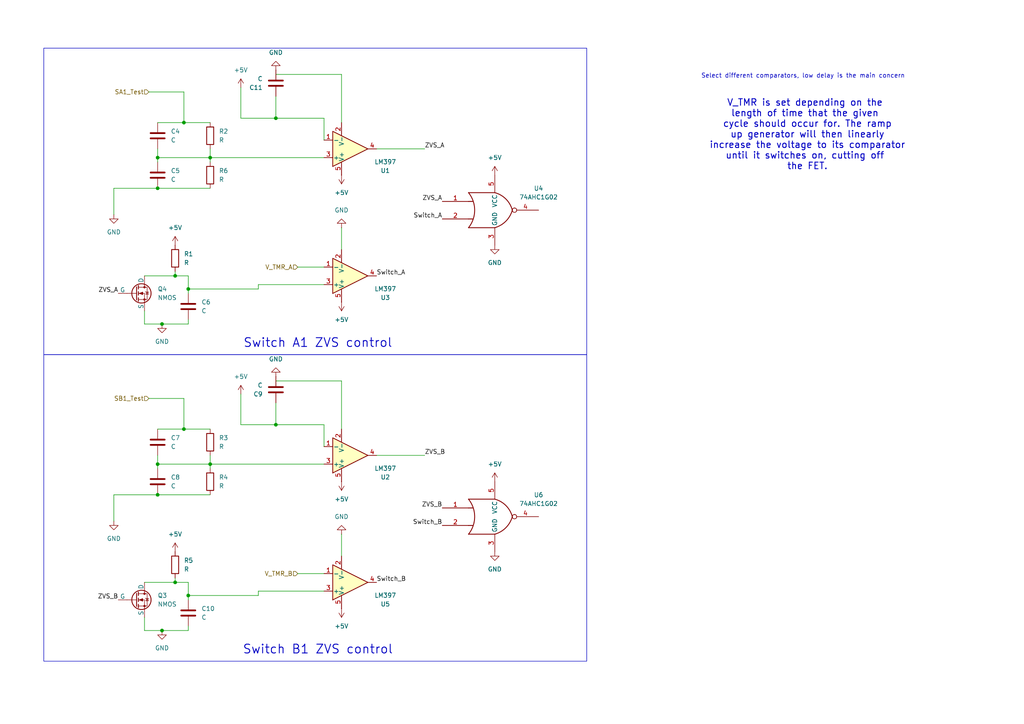
<source format=kicad_sch>
(kicad_sch (version 20231120) (generator "eeschema") (generator_version "8.0")
  (paper "A4")
  (lib_symbols
    (symbol "74xGxx:74AHC1G02"
      (property "Reference" "U" (at -2.54 3.81 0))
      (property "Value" "74AHC1G02" (at 0 -3.81 0))
      (symbol "74AHC1G02_0_1"
        (arc (start -7.62 -5.08) (mid -5.838 0) (end -7.62 5.08) (stroke (width 0.254)))
        (arc (start 0 -5.08) (mid 3.1986 -3.2054) (end 5.08 0) (stroke (width 0.254)))
        (polyline (pts (xy -7.62 -2.54) (xy -6.35 -2.54)) (stroke (width 0.254)) (fill (type background)))
        (polyline (pts (xy -7.62 2.54) (xy -6.35 2.54)) (stroke (width 0.254)) (fill (type background)))
        (polyline (pts (xy 0 -5.08) (xy -7.62 -5.08)) (stroke (width 0.254)) (fill (type background)))
        (polyline (pts (xy 0 5.08) (xy -7.62 5.08)) (stroke (width 0.254)) (fill (type background)))
        (arc (start 5.08 0) (mid 3.2238 3.2304) (end 0 5.08) (stroke (width 0.254)))
      )
      (symbol "74AHC1G02_1_1"
        (pin input line (at -15.24 2.54 0) (length 7.62) (name "~") (number "1"))
        (pin input line (at -15.24 -2.54 0) (length 7.62) (name "~") (number "2"))
        (pin power_in line (at 0 -10.16 90) (length 5.08) (name "GND") (number "3"))
        (pin output inverted (at 12.7 0 180) (length 7.62) (name "~") (number "4"))
        (pin power_in line (at 0 10.16 270) (length 5.08) (name "VCC") (number "5"))
      )
    )
    (symbol "Comparator:LM397" (pin_names (offset 0.127))
      (property "Reference" "U" (at 1.27 5.08 0))
      (property "Value" "LM397" (at 3.81 -5.08 0))
      (symbol "LM397_0_1"
        (polyline (pts (xy -5.08 5.08) (xy 5.08 0) (xy -5.08 -5.08) (xy -5.08 5.08)) (stroke (width 0.254)) (fill (type background)))
      )
      (symbol "LM397_1_1"
        (pin input line (at -7.62 -2.54 0) (length 2.54) (name "-") (number "1"))
        (pin power_in line (at -2.54 -7.62 90) (length 3.81) (name "V-") (number "2"))
        (pin input line (at -7.62 2.54 0) (length 2.54) (name "+") (number "3"))
        (pin open_collector line (at 7.62 0 180) (length 2.54) (name "~") (number "4"))
        (pin power_in line (at -2.54 7.62 270) (length 3.81) (name "V+") (number "5"))
      )
    )
    (symbol "Device:C" (pin_numbers hide) (pin_names (offset 0.254))
      (property "Reference" "C" (at 0.635 2.54 0))
      (property "Value" "C" (at 0.635 -2.54 0))
      (symbol "C_0_1"
        (polyline (pts (xy -2.032 -0.762) (xy 2.032 -0.762)) (stroke (width 0.508)))
        (polyline (pts (xy -2.032 0.762) (xy 2.032 0.762)) (stroke (width 0.508)))
      )
      (symbol "C_1_1"
        (pin passive line (at 0 3.81 270) (length 2.794) (name "~") (number "1"))
        (pin passive line (at 0 -3.81 90) (length 2.794) (name "~") (number "2"))
      )
    )
    (symbol "Device:R" (pin_numbers hide) (pin_names (offset 0))
      (property "Reference" "R" (at 2.032 0 90))
      (property "Value" "R" (at 0 0 90))
      (symbol "R_0_1"
        (rectangle (start -1.016 -2.54) (end 1.016 2.54) (stroke (width 0.254)))
      )
      (symbol "R_1_1"
        (pin passive line (at 0 3.81 270) (length 1.27) (name "~") (number "1"))
        (pin passive line (at 0 -3.81 90) (length 1.27) (name "~") (number "2"))
      )
    )
    (symbol "Simulation_SPICE:NMOS" (pin_numbers hide) (pin_names (offset 0))
      (property "Reference" "Q" (at 5.08 1.27 0))
      (property "Value" "NMOS" (at 5.08 -1.27 0))
      (symbol "NMOS_0_1"
        (polyline (pts (xy 0.254 0) (xy -2.54 0)))
        (polyline (pts (xy 0.254 1.905) (xy 0.254 -1.905)) (stroke (width 0.254)))
        (polyline (pts (xy 0.762 -1.27) (xy 0.762 -2.286)) (stroke (width 0.254)))
        (polyline (pts (xy 0.762 0.508) (xy 0.762 -0.508)) (stroke (width 0.254)))
        (polyline (pts (xy 0.762 2.286) (xy 0.762 1.27)) (stroke (width 0.254)))
        (polyline (pts (xy 2.54 2.54) (xy 2.54 1.778)))
        (polyline (pts (xy 2.54 -2.54) (xy 2.54 0) (xy 0.762 0)))
        (polyline (pts (xy 0.762 -1.778) (xy 3.302 -1.778) (xy 3.302 1.778) (xy 0.762 1.778)))
        (polyline (pts (xy 1.016 0) (xy 2.032 0.381) (xy 2.032 -0.381) (xy 1.016 0)) (fill (type outline)))
        (polyline (pts (xy 2.794 0.508) (xy 2.921 0.381) (xy 3.683 0.381) (xy 3.81 0.254)))
        (polyline (pts (xy 3.302 0.381) (xy 2.921 -0.254) (xy 3.683 -0.254) (xy 3.302 0.381)))
        (circle (center 1.651 0) (radius 2.794) (stroke (width 0.254)))
        (circle (center 2.54 -1.778) (radius 0.254) (fill (type outline)))
        (circle (center 2.54 1.778) (radius 0.254) (fill (type outline)))
      )
      (symbol "NMOS_1_1"
        (pin passive line (at 2.54 5.08 270) (length 2.54) (name "D") (number "1"))
        (pin input line (at -5.08 0 0) (length 2.54) (name "G") (number "2"))
        (pin passive line (at 2.54 -5.08 90) (length 2.54) (name "S") (number "3"))
      )
    )
    (symbol "power:+5V" (power) (pin_numbers hide) (pin_names (offset 0) hide)
      (property "Value" "+5V" (at 0 3.556 0))
      (symbol "+5V_0_1"
        (polyline (pts (xy -0.762 1.27) (xy 0 2.54)))
        (polyline (pts (xy 0 0) (xy 0 2.54)))
        (polyline (pts (xy 0 2.54) (xy 0.762 1.27)))
      )
      (symbol "+5V_1_1"
        (pin power_in line (at 0 0 90) (length 0) (name "~") (number "1"))
      )
    )
    (symbol "power:GND" (power) (pin_numbers hide) (pin_names (offset 0) hide)
      (property "Value" "GND" (at 0 -3.81 0))
      (symbol "GND_0_1"
        (polyline (pts (xy 0 0) (xy 0 -1.27) (xy 1.27 -1.27) (xy 0 -2.54) (xy -1.27 -1.27) (xy 0 -1.27)))
      )
      (symbol "GND_1_1"
        (pin power_in line (at 0 0 270) (length 0) (name "~") (number "1"))
      )
    )
  )
  (junction (at 45.72 134.62))
  (junction (at 80.01 34.29))
  (junction (at 60.96 134.62))
  (junction (at 45.72 54.61))
  (junction (at 46.99 93.98))
  (junction (at 80.01 123.19))
  (junction (at 50.8 168.91))
  (junction (at 60.96 45.72))
  (junction (at 45.72 45.72))
  (junction (at 54.61 172.72))
  (junction (at 53.34 124.46))
  (junction (at 53.34 35.56))
  (junction (at 54.61 83.82))
  (junction (at 50.8 80.01))
  (junction (at 46.99 182.88))
  (junction (at 45.72 143.51))
  (wire (pts (xy 45.72 132.08) (xy 45.72 134.62)))
  (wire (pts (xy 80.01 110.49) (xy 99.06 110.49)))
  (wire (pts (xy 50.8 168.91) (xy 50.8 167.64)))
  (wire (pts (xy 99.06 110.49) (xy 99.06 124.46)))
  (wire (pts (xy 93.98 123.19) (xy 93.98 129.54)))
  (wire (pts (xy 54.61 85.09) (xy 54.61 83.82)))
  (wire (pts (xy 45.72 45.72) (xy 45.72 46.99)))
  (wire (pts (xy 41.91 80.01) (xy 50.8 80.01)))
  (wire (pts (xy 69.85 123.19) (xy 80.01 123.19)))
  (wire (pts (xy 60.96 134.62) (xy 93.98 134.62)))
  (wire (pts (xy 54.61 92.71) (xy 54.61 93.98)))
  (wire (pts (xy 33.02 54.61) (xy 33.02 62.23)))
  (wire (pts (xy 53.34 26.67) (xy 53.34 35.56)))
  (wire (pts (xy 43.18 115.57) (xy 53.34 115.57)))
  (wire (pts (xy 74.93 171.45) (xy 93.98 171.45)))
  (wire (pts (xy 80.01 123.19) (xy 93.98 123.19)))
  (wire (pts (xy 60.96 132.08) (xy 60.96 134.62)))
  (wire (pts (xy 54.61 181.61) (xy 54.61 182.88)))
  (wire (pts (xy 109.22 132.08) (xy 123.19 132.08)))
  (wire (pts (xy 99.06 21.59) (xy 99.06 35.56)))
  (wire (pts (xy 69.85 123.19) (xy 69.85 114.3)))
  (wire (pts (xy 60.96 45.72) (xy 93.98 45.72)))
  (wire (pts (xy 99.06 154.94) (xy 99.06 161.29)))
  (wire (pts (xy 45.72 143.51) (xy 60.96 143.51)))
  (wire (pts (xy 54.61 83.82) (xy 54.61 80.01)))
  (wire (pts (xy 54.61 173.99) (xy 54.61 172.72)))
  (wire (pts (xy 45.72 43.18) (xy 45.72 45.72)))
  (wire (pts (xy 93.98 34.29) (xy 93.98 40.64)))
  (wire (pts (xy 93.98 166.37) (xy 86.36 166.37)))
  (wire (pts (xy 74.93 172.72) (xy 74.93 171.45)))
  (wire (pts (xy 53.34 124.46) (xy 60.96 124.46)))
  (wire (pts (xy 33.02 143.51) (xy 45.72 143.51)))
  (wire (pts (xy 41.91 168.91) (xy 50.8 168.91)))
  (wire (pts (xy 109.22 43.18) (xy 123.19 43.18)))
  (wire (pts (xy 41.91 93.98) (xy 41.91 90.17)))
  (wire (pts (xy 60.96 45.72) (xy 60.96 46.99)))
  (wire (pts (xy 45.72 35.56) (xy 53.34 35.56)))
  (wire (pts (xy 80.01 34.29) (xy 93.98 34.29)))
  (wire (pts (xy 80.01 34.29) (xy 80.01 27.94)))
  (wire (pts (xy 45.72 54.61) (xy 60.96 54.61)))
  (wire (pts (xy 54.61 172.72) (xy 74.93 172.72)))
  (wire (pts (xy 45.72 124.46) (xy 53.34 124.46)))
  (wire (pts (xy 46.99 93.98) (xy 54.61 93.98)))
  (wire (pts (xy 54.61 83.82) (xy 74.93 83.82)))
  (wire (pts (xy 45.72 45.72) (xy 60.96 45.72)))
  (wire (pts (xy 41.91 182.88) (xy 41.91 179.07)))
  (wire (pts (xy 53.34 115.57) (xy 53.34 124.46)))
  (wire (pts (xy 46.99 182.88) (xy 54.61 182.88)))
  (wire (pts (xy 74.93 83.82) (xy 74.93 82.55)))
  (wire (pts (xy 41.91 182.88) (xy 46.99 182.88)))
  (wire (pts (xy 99.06 66.04) (xy 99.06 72.39)))
  (wire (pts (xy 60.96 134.62) (xy 60.96 135.89)))
  (wire (pts (xy 43.18 26.67) (xy 53.34 26.67)))
  (wire (pts (xy 80.01 123.19) (xy 80.01 116.84)))
  (wire (pts (xy 45.72 134.62) (xy 60.96 134.62)))
  (wire (pts (xy 41.91 93.98) (xy 46.99 93.98)))
  (wire (pts (xy 54.61 80.01) (xy 50.8 80.01)))
  (wire (pts (xy 33.02 54.61) (xy 45.72 54.61)))
  (wire (pts (xy 69.85 34.29) (xy 69.85 25.4)))
  (wire (pts (xy 80.01 21.59) (xy 99.06 21.59)))
  (wire (pts (xy 74.93 82.55) (xy 93.98 82.55)))
  (wire (pts (xy 53.34 35.56) (xy 60.96 35.56)))
  (wire (pts (xy 69.85 34.29) (xy 80.01 34.29)))
  (wire (pts (xy 54.61 168.91) (xy 50.8 168.91)))
  (wire (pts (xy 50.8 80.01) (xy 50.8 78.74)))
  (wire (pts (xy 54.61 172.72) (xy 54.61 168.91)))
  (wire (pts (xy 60.96 43.18) (xy 60.96 45.72)))
  (wire (pts (xy 45.72 134.62) (xy 45.72 135.89)))
  (wire (pts (xy 93.98 77.47) (xy 86.36 77.47)))
  (wire (pts (xy 33.02 143.51) (xy 33.02 151.13)))
  (rectangle (start 12.7 102.87) (end 170.18 191.77))
  (rectangle (start 12.7 13.97) (end 170.18 102.87))
  (text "Switch B1 ZVS control" (at 92.202 188.468 0) (effects (font (size 2.54 2.54) (thickness 0.254) (bold yes))))
  (text "Select different comparators, low delay is the main concern\n" (at 232.918 22.098 0) (effects (font (size 1.27 1.27))))
  (text "V_TMR is set depending on the \nlength of time that the given \ncycle should occur for. The ramp\nup generator will then linearly\nincrease the voltage to its comparator\nuntil it switches on, cutting off \nthe FET.\n" (at 234.188 39.116 0) (effects (font (size 1.905 1.905) (thickness 0.254) (bold yes))))
  (text "Switch A1 ZVS control" (at 92.202 99.568 0) (effects (font (size 2.54 2.54) (thickness 0.254) (bold yes))))
  (label "Switch_A" (at 128.27 63.5 180))
  (label "ZVS_B" (at 128.27 147.32 180))
  (label "ZVS_A" (at 123.19 43.18 0))
  (label "ZVS_A" (at 34.29 85.09 180) (effects (font (thickness 0.1588))))
  (label "ZVS_B" (at 123.19 132.08 0))
  (label "ZVS_A" (at 128.27 58.42 180))
  (label "Switch_B" (at 109.22 168.91 0))
  (label "Switch_A" (at 109.22 80.01 0))
  (label "ZVS_B" (at 34.29 173.99 180) (effects (font (thickness 0.1588))))
  (label "Switch_B" (at 128.27 152.4 180))
  (hierarchical_label "V_TMR_A" (shape input) (at 86.36 77.47 180) (effects (font (thickness 0.1588))))
  (hierarchical_label "V_TMR_B" (shape input) (at 86.36 166.37 180) (effects (font (thickness 0.1588))))
  (hierarchical_label "SA1_Test" (shape input) (at 43.18 26.67 180))
  (hierarchical_label "SB1_Test" (shape input) (at 43.18 115.57 180))
  (symbol (lib_id "Device:R") (at 60.96 139.7 0) (unit 1)
    (property "Reference" "R4" (at 63.5 138.4299 0) (effects (justify left)))
    (property "Value" "R" (at 63.5 140.9699 0) (effects (justify left)))
    (property "Description" "Resistor" (effects (hide yes)))
  )
  (symbol (lib_id "Simulation_SPICE:NMOS") (at 39.37 85.09 0) (unit 1)
    (property "Reference" "Q4" (at 45.72 83.8199 0) (effects (justify left)))
    (property "Value" "NMOS" (at 45.72 86.3599 0) (effects (justify left)))
    (property "Datasheet" "https://ngspice.sourceforge.io/docs/ngspice-html-manual/manual.xhtml#cha_MOSFETs" (effects (hide yes)))
    (property "Description" "N-MOSFET transistor, drain/source/gate" (effects (hide yes)))
    (property "Sim.Device" "NMOS" (effects (hide yes)))
    (property "Sim.Type" "VDMOS" (effects (hide yes)))
    (property "Sim.Pins" "1=D 2=G 3=S" (effects (hide yes)))
  )
  (symbol (lib_id "Device:C") (at 45.72 39.37 0) (unit 1)
    (property "Reference" "C4" (at 49.53 38.0999 0) (effects (justify left)))
    (property "Value" "C" (at 49.53 40.6399 0) (effects (justify left)))
    (property "Description" "Unpolarized capacitor" (effects (hide yes)))
  )
  (symbol (lib_id "Device:C") (at 45.72 50.8 0) (unit 1)
    (property "Reference" "C5" (at 49.53 49.5299 0) (effects (justify left)))
    (property "Value" "C" (at 49.53 52.0699 0) (effects (justify left)))
    (property "Description" "Unpolarized capacitor" (effects (hide yes)))
  )
  (symbol (lib_id "power:+5V") (at 143.51 50.8 0) (unit 1)
    (property "Reference" "#PWR020" (effects (hide yes)))
    (property "Value" "+5V" (at 143.51 45.72 0))
    (property "Description" "Power symbol creates a global label with name \"+5V\"" (effects (hide yes)))
  )
  (symbol (lib_id "Device:C") (at 54.61 177.8 0) (unit 1)
    (property "Reference" "C10" (at 58.42 176.5299 0) (effects (justify left)))
    (property "Value" "C" (at 58.42 179.0699 0) (effects (justify left)))
    (property "Description" "Unpolarized capacitor" (effects (hide yes)))
  )
  (symbol (lib_id "power:GND") (at 143.51 160.02 0) (unit 1)
    (property "Reference" "#PWR017" (effects (hide yes)))
    (property "Value" "GND" (at 143.51 165.1 0))
    (property "Description" "Power symbol creates a global label with name \"GND\" , ground" (effects (hide yes)))
  )
  (symbol (lib_id "power:GND") (at 46.99 182.88 0) (unit 1)
    (property "Reference" "#PWR019" (effects (hide yes)))
    (property "Value" "GND" (at 46.99 187.96 0))
    (property "Description" "Power symbol creates a global label with name \"GND\" , ground" (effects (hide yes)))
  )
  (symbol (lib_id "power:+5V") (at 99.06 50.8 180) (unit 1)
    (property "Reference" "#PWR010" (effects (hide yes)))
    (property "Value" "+5V" (at 99.06 55.88 0))
    (property "Description" "Power symbol creates a global label with name \"+5V\"" (effects (hide yes)))
  )
  (symbol (lib_id "power:+5V") (at 69.85 114.3 0) (unit 1)
    (property "Reference" "#PWR06" (effects (hide yes)))
    (property "Value" "+5V" (at 69.85 109.22 0))
    (property "Description" "Power symbol creates a global label with name \"+5V\"" (effects (hide yes)))
  )
  (symbol (lib_id "power:+5V") (at 99.06 176.53 180) (unit 1)
    (property "Reference" "#PWR015" (effects (hide yes)))
    (property "Value" "+5V" (at 99.06 181.61 0))
    (property "Description" "Power symbol creates a global label with name \"+5V\"" (effects (hide yes)))
  )
  (symbol (lib_id "power:GND") (at 33.02 151.13 0) (unit 1)
    (property "Reference" "#PWR05" (effects (hide yes)))
    (property "Value" "GND" (at 33.02 156.21 0))
    (property "Description" "Power symbol creates a global label with name \"GND\" , ground" (effects (hide yes)))
  )
  (symbol (lib_id "power:+5V") (at 50.8 71.12 0) (unit 1)
    (property "Reference" "#PWR04" (effects (hide yes)))
    (property "Value" "+5V" (at 50.8 66.04 0))
    (property "Description" "Power symbol creates a global label with name \"+5V\"" (effects (hide yes)))
  )
  (symbol (lib_id "Simulation_SPICE:NMOS") (at 39.37 173.99 0) (unit 1)
    (property "Reference" "Q3" (at 45.72 172.7199 0) (effects (justify left)))
    (property "Value" "NMOS" (at 45.72 175.2599 0) (effects (justify left)))
    (property "Datasheet" "https://ngspice.sourceforge.io/docs/ngspice-html-manual/manual.xhtml#cha_MOSFETs" (effects (hide yes)))
    (property "Description" "N-MOSFET transistor, drain/source/gate" (effects (hide yes)))
    (property "Sim.Device" "NMOS" (effects (hide yes)))
    (property "Sim.Type" "VDMOS" (effects (hide yes)))
    (property "Sim.Pins" "1=D 2=G 3=S" (effects (hide yes)))
  )
  (symbol (lib_id "Device:R") (at 50.8 74.93 0) (unit 1)
    (property "Reference" "R1" (at 53.34 73.6599 0) (effects (justify left)))
    (property "Value" "R" (at 53.34 76.1999 0) (effects (justify left)))
    (property "Description" "Resistor" (effects (hide yes)))
  )
  (symbol (lib_id "power:GND") (at 46.99 93.98 0) (unit 1)
    (property "Reference" "#PWR03" (effects (hide yes)))
    (property "Value" "GND" (at 46.99 99.06 0))
    (property "Description" "Power symbol creates a global label with name \"GND\" , ground" (effects (hide yes)))
  )
  (symbol (lib_id "Device:C") (at 45.72 128.27 0) (unit 1)
    (property "Reference" "C7" (at 49.53 126.9999 0) (effects (justify left)))
    (property "Value" "C" (at 49.53 129.5399 0) (effects (justify left)))
    (property "Description" "Unpolarized capacitor" (effects (hide yes)))
  )
  (symbol (lib_id "power:GND") (at 80.01 20.32 180) (unit 1)
    (property "Reference" "#PWR09" (effects (hide yes)))
    (property "Value" "GND" (at 80.01 15.24 0))
    (property "Description" "Power symbol creates a global label with name \"GND\" , ground" (effects (hide yes)))
  )
  (symbol (lib_id "Device:C") (at 80.01 24.13 180) (unit 1)
    (property "Reference" "C11" (at 76.2 25.4001 0) (effects (justify left)))
    (property "Value" "C" (at 76.2 22.8601 0) (effects (justify left)))
    (property "Description" "Unpolarized capacitor" (effects (hide yes)))
  )
  (symbol (lib_id "Device:C") (at 45.72 139.7 0) (unit 1)
    (property "Reference" "C8" (at 49.53 138.4299 0) (effects (justify left)))
    (property "Value" "C" (at 49.53 140.9699 0) (effects (justify left)))
    (property "Description" "Unpolarized capacitor" (effects (hide yes)))
  )
  (symbol (lib_id "power:+5V") (at 69.85 25.4 0) (unit 1)
    (property "Reference" "#PWR08" (effects (hide yes)))
    (property "Value" "+5V" (at 69.85 20.32 0))
    (property "Description" "Power symbol creates a global label with name \"+5V\"" (effects (hide yes)))
  )
  (symbol (lib_id "power:GND") (at 99.06 66.04 180) (unit 1)
    (property "Reference" "#PWR011" (effects (hide yes)))
    (property "Value" "GND" (at 99.06 60.96 0))
    (property "Description" "Power symbol creates a global label with name \"GND\" , ground" (effects (hide yes)))
  )
  (symbol (lib_id "power:GND") (at 143.51 71.12 0) (unit 1)
    (property "Reference" "#PWR021" (effects (hide yes)))
    (property "Value" "GND" (at 143.51 76.2 0))
    (property "Description" "Power symbol creates a global label with name \"GND\" , ground" (effects (hide yes)))
  )
  (symbol (lib_id "Device:C") (at 54.61 88.9 0) (unit 1)
    (property "Reference" "C6" (at 58.42 87.6299 0) (effects (justify left)))
    (property "Value" "C" (at 58.42 90.1699 0) (effects (justify left)))
    (property "Description" "Unpolarized capacitor" (effects (hide yes)))
  )
  (symbol (lib_id "Device:R") (at 60.96 39.37 0) (unit 1)
    (property "Reference" "R2" (at 63.5 38.0999 0) (effects (justify left)))
    (property "Value" "R" (at 63.5 40.6399 0) (effects (justify left)))
    (property "Description" "Resistor" (effects (hide yes)))
  )
  (symbol (lib_id "Comparator:LM397") (at 101.6 132.08 0) (mirror x) (unit 1)
    (property "Reference" "U2" (at 111.76 138.3986 0))
    (property "Value" "LM397" (at 111.76 135.8586 0))
    (property "Footprint" "Package_TO_SOT_SMD:SOT-23-5" (effects (hide yes)))
    (property "Datasheet" "http://www.ti.com/lit/ds/symlink/lm397.pdf" (effects (hide yes)))
    (property "Description" "Single General-Purpose Voltage Comparator with Open-Collector Output, SOT-23-5" (effects (hide yes)))
  )
  (symbol (lib_id "Device:C") (at 80.01 113.03 180) (unit 1)
    (property "Reference" "C9" (at 76.2 114.3001 0) (effects (justify left)))
    (property "Value" "C" (at 76.2 111.7601 0) (effects (justify left)))
    (property "Description" "Unpolarized capacitor" (effects (hide yes)))
  )
  (symbol (lib_id "Comparator:LM397") (at 101.6 80.01 0) (mirror x) (unit 1)
    (property "Reference" "U3" (at 111.76 86.3286 0))
    (property "Value" "LM397" (at 111.76 83.7886 0))
    (property "Footprint" "Package_TO_SOT_SMD:SOT-23-5" (effects (hide yes)))
    (property "Datasheet" "http://www.ti.com/lit/ds/symlink/lm397.pdf" (effects (hide yes)))
    (property "Description" "Single General-Purpose Voltage Comparator with Open-Collector Output, SOT-23-5" (effects (hide yes)))
  )
  (symbol (lib_id "power:+5V") (at 99.06 87.63 180) (unit 1)
    (property "Reference" "#PWR012" (effects (hide yes)))
    (property "Value" "+5V" (at 99.06 92.71 0))
    (property "Description" "Power symbol creates a global label with name \"+5V\"" (effects (hide yes)))
  )
  (symbol (lib_id "power:GND") (at 80.01 109.22 180) (unit 1)
    (property "Reference" "#PWR07" (effects (hide yes)))
    (property "Value" "GND" (at 80.01 104.14 0))
    (property "Description" "Power symbol creates a global label with name \"GND\" , ground" (effects (hide yes)))
  )
  (symbol (lib_id "74xGxx:74AHC1G02") (at 143.51 149.86 0) (unit 1)
    (property "Reference" "U6" (at 156.21 143.5414 0))
    (property "Value" "74AHC1G02" (at 156.21 146.0814 0))
    (property "Datasheet" "http://www.ti.com/lit/sg/scyt129e/scyt129e.pdf" (effects (hide yes)))
    (property "Description" "Single NOR Gate, Low-Voltage CMOS" (effects (hide yes)))
  )
  (symbol (lib_id "Device:R") (at 60.96 50.8 0) (unit 1)
    (property "Reference" "R6" (at 63.5 49.5299 0) (effects (justify left)))
    (property "Value" "R" (at 63.5 52.0699 0) (effects (justify left)))
    (property "Description" "Resistor" (effects (hide yes)))
  )
  (symbol (lib_id "Comparator:LM397") (at 101.6 43.18 0) (mirror x) (unit 1)
    (property "Reference" "U1" (at 111.76 49.4986 0))
    (property "Value" "LM397" (at 111.76 46.9586 0))
    (property "Footprint" "Package_TO_SOT_SMD:SOT-23-5" (effects (hide yes)))
    (property "Datasheet" "http://www.ti.com/lit/ds/symlink/lm397.pdf" (effects (hide yes)))
    (property "Description" "Single General-Purpose Voltage Comparator with Open-Collector Output, SOT-23-5" (effects (hide yes)))
  )
  (symbol (lib_id "power:+5V") (at 143.51 139.7 0) (unit 1)
    (property "Reference" "#PWR016" (effects (hide yes)))
    (property "Value" "+5V" (at 143.51 134.62 0))
    (property "Description" "Power symbol creates a global label with name \"+5V\"" (effects (hide yes)))
  )
  (symbol (lib_id "74xGxx:74AHC1G02") (at 143.51 60.96 0) (unit 1)
    (property "Reference" "U4" (at 156.21 54.6414 0))
    (property "Value" "74AHC1G02" (at 156.21 57.1814 0))
    (property "Datasheet" "http://www.ti.com/lit/sg/scyt129e/scyt129e.pdf" (effects (hide yes)))
    (property "Description" "Single NOR Gate, Low-Voltage CMOS" (effects (hide yes)))
  )
  (symbol (lib_id "Device:R") (at 50.8 163.83 0) (unit 1)
    (property "Reference" "R5" (at 53.34 162.5599 0) (effects (justify left)))
    (property "Value" "R" (at 53.34 165.0999 0) (effects (justify left)))
    (property "Description" "Resistor" (effects (hide yes)))
  )
  (symbol (lib_id "power:+5V") (at 50.8 160.02 0) (unit 1)
    (property "Reference" "#PWR018" (effects (hide yes)))
    (property "Value" "+5V" (at 50.8 154.94 0))
    (property "Description" "Power symbol creates a global label with name \"+5V\"" (effects (hide yes)))
  )
  (symbol (lib_id "power:GND") (at 33.02 62.23 0) (unit 1)
    (property "Reference" "#PWR02" (effects (hide yes)))
    (property "Value" "GND" (at 33.02 67.31 0))
    (property "Description" "Power symbol creates a global label with name \"GND\" , ground" (effects (hide yes)))
  )
  (symbol (lib_id "power:+5V") (at 99.06 139.7 180) (unit 1)
    (property "Reference" "#PWR013" (effects (hide yes)))
    (property "Value" "+5V" (at 99.06 144.78 0))
    (property "Description" "Power symbol creates a global label with name \"+5V\"" (effects (hide yes)))
  )
  (symbol (lib_id "Comparator:LM397") (at 101.6 168.91 0) (mirror x) (unit 1)
    (property "Reference" "U5" (at 111.76 175.2286 0))
    (property "Value" "LM397" (at 111.76 172.6886 0))
    (property "Footprint" "Package_TO_SOT_SMD:SOT-23-5" (effects (hide yes)))
    (property "Datasheet" "http://www.ti.com/lit/ds/symlink/lm397.pdf" (effects (hide yes)))
    (property "Description" "Single General-Purpose Voltage Comparator with Open-Collector Output, SOT-23-5" (effects (hide yes)))
  )
  (symbol (lib_id "Device:R") (at 60.96 128.27 0) (unit 1)
    (property "Reference" "R3" (at 63.5 126.9999 0) (effects (justify left)))
    (property "Value" "R" (at 63.5 129.5399 0) (effects (justify left)))
    (property "Description" "Resistor" (effects (hide yes)))
  )
  (symbol (lib_id "power:GND") (at 99.06 154.94 180) (unit 1)
    (property "Reference" "#PWR014" (effects (hide yes)))
    (property "Value" "GND" (at 99.06 149.86 0))
    (property "Description" "Power symbol creates a global label with name \"GND\" , ground" (effects (hide yes)))
  )
)
</source>
